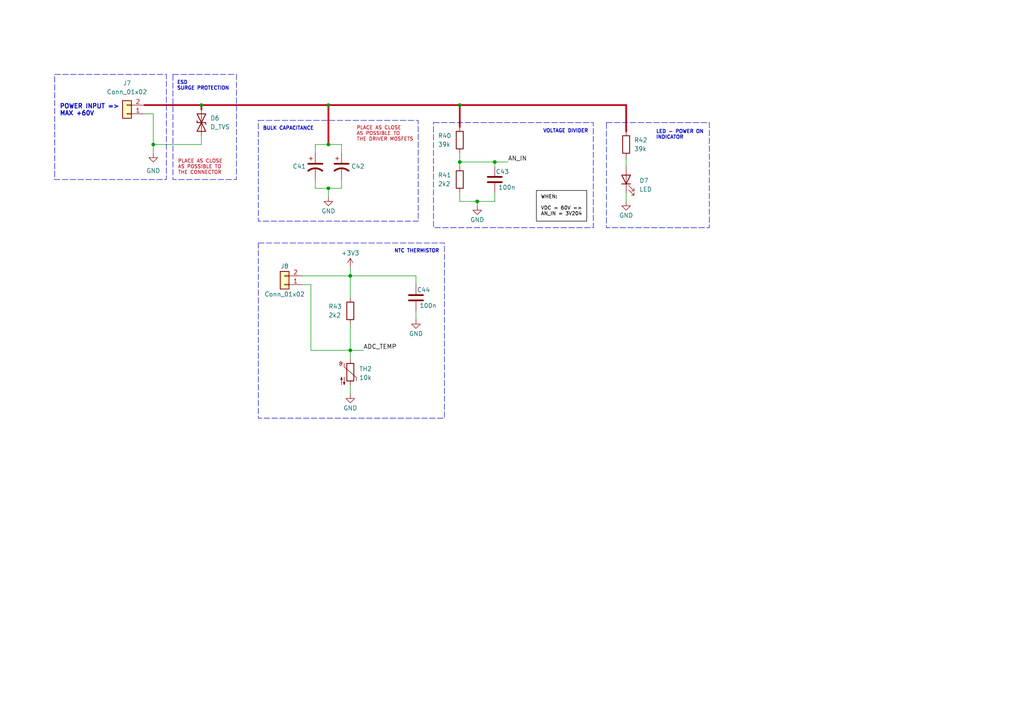
<source format=kicad_sch>
(kicad_sch (version 20231120) (generator "eeschema") (generator_version "8.0")
  (paper "A4")
  (lib_symbols
    (symbol "Connector_Generic:Conn_01x02" (pin_names (offset 1.016) hide)
      (property "Reference" "J" (at 0 2.54 0))
      (property "Value" "Conn_01x02" (at 0 -5.08 0))
      (symbol "Conn_01x02_1_1"
        (rectangle (start -1.27 -2.413) (end 0 -2.667) (stroke (width 0.1524)))
        (rectangle (start -1.27 0.127) (end 0 -0.127) (stroke (width 0.1524)))
        (rectangle (start -1.27 1.27) (end 1.27 -3.81) (stroke (width 0.254)) (fill (type background)))
        (pin passive line (at -5.08 0 0) (length 3.81) (name "Pin_1") (number "1"))
        (pin passive line (at -5.08 -2.54 0) (length 3.81) (name "Pin_2") (number "2"))
      )
    )
    (symbol "Device:C" (pin_numbers hide) (pin_names (offset 0.254))
      (property "Reference" "C" (at 0.635 2.54 0))
      (property "Value" "C" (at 0.635 -2.54 0))
      (symbol "C_0_1"
        (polyline (pts (xy -2.032 -0.762) (xy 2.032 -0.762)) (stroke (width 0.508)))
        (polyline (pts (xy -2.032 0.762) (xy 2.032 0.762)) (stroke (width 0.508)))
      )
      (symbol "C_1_1"
        (pin passive line (at 0 3.81 270) (length 2.794) (name "~") (number "1"))
        (pin passive line (at 0 -3.81 90) (length 2.794) (name "~") (number "2"))
      )
    )
    (symbol "Device:C_Polarized_US" (pin_numbers hide) (pin_names (offset 0.254) hide)
      (property "Reference" "C" (at 0.635 2.54 0))
      (property "Value" "C_Polarized_US" (at 0.635 -2.54 0))
      (symbol "C_Polarized_US_0_1"
        (polyline (pts (xy -2.032 0.762) (xy 2.032 0.762)) (stroke (width 0.508)))
        (polyline (pts (xy -1.778 2.286) (xy -0.762 2.286)))
        (polyline (pts (xy -1.27 1.778) (xy -1.27 2.794)))
        (arc (start 2.032 -1.27) (mid 0 -0.5572) (end -2.032 -1.27) (stroke (width 0.508)))
      )
      (symbol "C_Polarized_US_1_1"
        (pin passive line (at 0 3.81 270) (length 2.794) (name "~") (number "1"))
        (pin passive line (at 0 -3.81 90) (length 3.302) (name "~") (number "2"))
      )
    )
    (symbol "Device:D_TVS" (pin_numbers hide) (pin_names (offset 1.016) hide)
      (property "Reference" "D" (at 0 2.54 0))
      (property "Value" "D_TVS" (at 0 -2.54 0))
      (symbol "D_TVS_0_1"
        (polyline (pts (xy 1.27 0) (xy -1.27 0)))
        (polyline (pts (xy 0.508 1.27) (xy 0 1.27) (xy 0 -1.27) (xy -0.508 -1.27)) (stroke (width 0.254)))
        (polyline (pts (xy -2.54 1.27) (xy -2.54 -1.27) (xy 2.54 1.27) (xy 2.54 -1.27) (xy -2.54 1.27)) (stroke (width 0.254)))
      )
      (symbol "D_TVS_1_1"
        (pin passive line (at -3.81 0 0) (length 2.54) (name "A1") (number "1"))
        (pin passive line (at 3.81 0 180) (length 2.54) (name "A2") (number "2"))
      )
    )
    (symbol "Device:LED" (pin_numbers hide) (pin_names (offset 1.016) hide)
      (property "Reference" "D" (at 0 2.54 0))
      (property "Value" "LED" (at 0 -2.54 0))
      (symbol "LED_0_1"
        (polyline (pts (xy -1.27 -1.27) (xy -1.27 1.27)) (stroke (width 0.254)))
        (polyline (pts (xy -1.27 0) (xy 1.27 0)))
        (polyline (pts (xy 1.27 -1.27) (xy 1.27 1.27) (xy -1.27 0) (xy 1.27 -1.27)) (stroke (width 0.254)))
        (polyline (pts (xy -3.048 -0.762) (xy -4.572 -2.286) (xy -3.81 -2.286) (xy -4.572 -2.286) (xy -4.572 -1.524)))
        (polyline (pts (xy -1.778 -0.762) (xy -3.302 -2.286) (xy -2.54 -2.286) (xy -3.302 -2.286) (xy -3.302 -1.524)))
      )
      (symbol "LED_1_1"
        (pin passive line (at -3.81 0 0) (length 2.54) (name "K") (number "1"))
        (pin passive line (at 3.81 0 180) (length 2.54) (name "A") (number "2"))
      )
    )
    (symbol "Device:R" (pin_numbers hide) (pin_names (offset 0))
      (property "Reference" "R" (at 2.032 0 90))
      (property "Value" "R" (at 0 0 90))
      (symbol "R_0_1"
        (rectangle (start -1.016 -2.54) (end 1.016 2.54) (stroke (width 0.254)))
      )
      (symbol "R_1_1"
        (pin passive line (at 0 3.81 270) (length 1.27) (name "~") (number "1"))
        (pin passive line (at 0 -3.81 90) (length 1.27) (name "~") (number "2"))
      )
    )
    (symbol "Device:Thermistor_NTC" (pin_numbers hide) (pin_names (offset 0))
      (property "Reference" "TH" (at -4.445 0 90))
      (property "Value" "Thermistor_NTC" (at 3.175 0 90))
      (symbol "Thermistor_NTC_0_1"
        (arc (start -3.048 2.159) (mid -3.0495 2.3143) (end -3.175 2.413))
        (arc (start -3.048 2.159) (mid -2.9736 1.9794) (end -2.794 1.905))
        (arc (start -3.048 2.794) (mid -2.9736 2.6144) (end -2.794 2.54))
        (arc (start -2.794 1.905) (mid -2.6144 1.9794) (end -2.54 2.159))
        (arc (start -2.794 2.54) (mid -2.4393 2.5587) (end -2.159 2.794))
        (arc (start -2.794 3.048) (mid -2.9736 2.9736) (end -3.048 2.794))
        (arc (start -2.54 2.794) (mid -2.6144 2.9736) (end -2.794 3.048))
        (rectangle (start -1.016 2.54) (end 1.016 -2.54) (stroke (width 0.254)))
        (polyline (pts (xy -2.54 2.159) (xy -2.54 2.794)))
        (polyline (pts (xy -1.778 2.54) (xy -1.778 1.524) (xy 1.778 -1.524) (xy 1.778 -2.54)))
        (polyline (pts (xy -2.54 -3.683) (xy -2.54 -1.397) (xy -2.794 -2.159) (xy -2.286 -2.159) (xy -2.54 -1.397) (xy -2.54 -1.651)) (fill (type outline)))
        (polyline (pts (xy -1.778 -1.397) (xy -1.778 -3.683) (xy -2.032 -2.921) (xy -1.524 -2.921) (xy -1.778 -3.683) (xy -1.778 -3.429)) (fill (type outline)))
      )
      (symbol "Thermistor_NTC_1_1"
        (pin passive line (at 0 3.81 270) (length 1.27) (name "~") (number "1"))
        (pin passive line (at 0 -3.81 90) (length 1.27) (name "~") (number "2"))
      )
    )
    (symbol "power:+3V3" (power) (pin_numbers hide) (pin_names (offset 0) hide)
      (property "Value" "+3V3" (at 0 3.556 0))
      (symbol "+3V3_0_1"
        (polyline (pts (xy -0.762 1.27) (xy 0 2.54)))
        (polyline (pts (xy 0 0) (xy 0 2.54)))
        (polyline (pts (xy 0 2.54) (xy 0.762 1.27)))
      )
      (symbol "+3V3_1_1"
        (pin power_in line (at 0 0 90) (length 0) (name "~") (number "1"))
      )
    )
    (symbol "power:GND" (power) (pin_numbers hide) (pin_names (offset 0) hide)
      (property "Value" "GND" (at 0 -3.81 0))
      (symbol "GND_0_1"
        (polyline (pts (xy 0 0) (xy 0 -1.27) (xy 1.27 -1.27) (xy 0 -2.54) (xy -1.27 -1.27) (xy 0 -1.27)))
      )
      (symbol "GND_1_1"
        (pin power_in line (at 0 0 270) (length 0) (name "~") (number "1"))
      )
    )
  )
  (junction (at 58.42 30.48))
  (junction (at 101.6 80.01))
  (junction (at 133.35 46.99))
  (junction (at 133.35 30.48))
  (junction (at 95.25 54.61))
  (junction (at 95.25 41.91))
  (junction (at 138.43 58.42))
  (junction (at 44.45 41.91))
  (junction (at 143.51 46.99))
  (junction (at 95.25 30.48))
  (junction (at 101.6 101.6))
  (wire (pts (xy 143.51 48.26) (xy 143.51 46.99)))
  (wire (pts (xy 181.61 38.1) (xy 181.61 30.48)) (stroke (width 0.508) (color 190 7 24 1)))
  (wire (pts (xy 95.25 54.61) (xy 99.06 54.61)))
  (wire (pts (xy 181.61 55.88) (xy 181.61 58.42)))
  (wire (pts (xy 91.44 54.61) (xy 95.25 54.61)))
  (wire (pts (xy 90.17 101.6) (xy 101.6 101.6)))
  (wire (pts (xy 101.6 101.6) (xy 101.6 104.14)))
  (wire (pts (xy 120.65 82.55) (xy 120.65 80.01)))
  (wire (pts (xy 133.35 30.48) (xy 181.61 30.48)) (stroke (width 0.508) (color 190 7 24 1)))
  (wire (pts (xy 143.51 46.99) (xy 133.35 46.99)))
  (wire (pts (xy 87.63 80.01) (xy 101.6 80.01)))
  (wire (pts (xy 58.42 31.75) (xy 58.42 30.48)) (stroke (width 0.508) (color 190 7 24 1)))
  (wire (pts (xy 95.25 30.48) (xy 95.25 41.91)) (stroke (width 0.508) (color 190 7 24 1)))
  (wire (pts (xy 91.44 41.91) (xy 95.25 41.91)))
  (wire (pts (xy 138.43 58.42) (xy 138.43 59.69)))
  (wire (pts (xy 58.42 30.48) (xy 95.25 30.48)) (stroke (width 0.508) (color 190 7 24 1)))
  (wire (pts (xy 133.35 55.88) (xy 133.35 58.42)))
  (wire (pts (xy 90.17 82.55) (xy 90.17 101.6)))
  (wire (pts (xy 133.35 46.99) (xy 133.35 48.26)))
  (wire (pts (xy 44.45 41.91) (xy 44.45 44.45)))
  (wire (pts (xy 138.43 58.42) (xy 143.51 58.42)))
  (wire (pts (xy 101.6 101.6) (xy 105.41 101.6)))
  (wire (pts (xy 120.65 90.17) (xy 120.65 92.71)))
  (wire (pts (xy 95.25 41.91) (xy 99.06 41.91)))
  (wire (pts (xy 143.51 46.99) (xy 147.32 46.99)))
  (wire (pts (xy 143.51 58.42) (xy 143.51 55.88)))
  (wire (pts (xy 91.44 52.07) (xy 91.44 54.61)))
  (wire (pts (xy 133.35 30.48) (xy 95.25 30.48)) (stroke (width 0.508) (color 190 7 24 1)))
  (wire (pts (xy 101.6 80.01) (xy 101.6 86.36)))
  (wire (pts (xy 101.6 77.47) (xy 101.6 80.01)))
  (wire (pts (xy 99.06 41.91) (xy 99.06 44.45)))
  (wire (pts (xy 95.25 54.61) (xy 95.25 57.15)))
  (wire (pts (xy 91.44 44.45) (xy 91.44 41.91)))
  (wire (pts (xy 133.35 36.83) (xy 133.35 30.48)) (stroke (width 0.508) (color 190 7 24 1)))
  (wire (pts (xy 101.6 93.98) (xy 101.6 101.6)))
  (wire (pts (xy 133.35 44.45) (xy 133.35 46.99)))
  (wire (pts (xy 99.06 54.61) (xy 99.06 52.07)))
  (wire (pts (xy 120.65 80.01) (xy 101.6 80.01)))
  (wire (pts (xy 58.42 41.91) (xy 58.42 39.37)))
  (wire (pts (xy 41.91 33.02) (xy 44.45 33.02)))
  (wire (pts (xy 58.42 30.48) (xy 41.91 30.48)) (stroke (width 0.508) (color 190 7 24 1)))
  (wire (pts (xy 44.45 41.91) (xy 58.42 41.91)))
  (wire (pts (xy 87.63 82.55) (xy 90.17 82.55)))
  (wire (pts (xy 181.61 45.72) (xy 181.61 48.26)))
  (wire (pts (xy 133.35 58.42) (xy 138.43 58.42)))
  (wire (pts (xy 44.45 33.02) (xy 44.45 41.91)))
  (wire (pts (xy 101.6 111.76) (xy 101.6 114.3)))
  (rectangle (start 125.73 35.56) (end 172.085 66.04) (stroke (width 0) (type dash)))
  (rectangle (start 74.93 34.925) (end 121.285 64.135) (stroke (width 0) (type dash)))
  (rectangle (start 175.895 35.56) (end 205.74 66.04) (stroke (width 0) (type dash)))
  (rectangle (start 74.93 70.485) (end 128.905 121.285) (stroke (width 0) (type dash)))
  (rectangle (start 155.575 55.245) (end 170.18 64.135) (stroke (width 0) (color 0 0 0 1)))
  (rectangle (start 50.165 21.59) (end 68.58 52.07) (stroke (width 0) (type dash)))
  (rectangle (start 15.875 21.59) (end 48.26 52.07) (stroke (width 0) (type dash)))
  (text "ESD \nSURGE PROTECTION" (at 51.308 24.892 0) (effects (font (size 1.016 1.016) (thickness 0.2032) (bold yes)) (justify left)))
  (text "NTC THERMISTOR" (at 114.3 72.898 0) (effects (font (size 1.016 1.016) (thickness 0.2032) (bold yes)) (justify left)))
  (text "VOLTAGE DIVIDER" (at 157.48 38.1 0) (effects (font (size 1.016 1.016) (thickness 0.2032) (bold yes)) (justify left)))
  (text "POWER INPUT => \nMAX +60V" (at 17.272 32.004 0) (effects (font (size 1.27 1.27) (thickness 0.254) (bold yes)) (justify left)))
  (text "PLACE AS CLOSE\nAS POSSIBLE TO\nTHE DRIVER MOSFETS" (at 103.378 38.862 0) (effects (font (size 1.016 1.016)) (justify left)))
  (text "BULK CAPACITANCE" (at 76.2 37.338 0) (effects (font (size 1.016 1.016) (thickness 0.2032) (bold yes)) (justify left)))
  (text "WHEN:\n\nVDC = 60V =>\nAN_IN = 3V204" (at 156.845 59.69 0) (effects (font (size 1.016 1.016)) (justify left)))
  (text "PLACE AS CLOSE\nAS POSSIBLE TO\nTHE CONNECTOR" (at 51.562 48.514 0) (effects (font (size 1.016 1.016)) (justify left)))
  (text "LED - POWER ON\nINDICATOR" (at 190.246 39.116 0) (effects (font (size 1.016 1.016) (thickness 0.2032) (bold yes)) (justify left)))
  (label "ADC_TEMP" (at 105.41 101.6 0))
  (label "AN_IN" (at 147.32 46.99 0))
  (symbol (lib_id "Connector_Generic:Conn_01x02") (at 36.83 33.02 180) (unit 1)
    (property "Reference" "J7" (at 36.83 24.13 0))
    (property "Value" "Conn_01x02" (at 36.83 26.67 0))
    (property "Description" "Generic connector, single row, 01x02, script generated (kicad-library-utils/schlib/autogen/connector/)" (effects (hide yes)))
  )
  (symbol (lib_id "Device:Thermistor_NTC") (at 101.6 107.95 0) (unit 1)
    (property "Reference" "TH2" (at 104.14 106.9974 0) (effects (justify left)))
    (property "Value" "10k" (at 104.14 109.5374 0) (effects (justify left)))
    (property "Description" "Temperature dependent resistor, negative temperature coefficient" (effects (hide yes)))
  )
  (symbol (lib_id "power:GND") (at 44.45 44.45 0) (unit 1)
    (property "Reference" "#PWR053" (effects (hide yes)))
    (property "Value" "GND" (at 44.45 49.53 0))
    (property "Description" "Power symbol creates a global label with name \"GND\" , ground" (effects (hide yes)))
  )
  (symbol (lib_id "Device:D_TVS") (at 58.42 35.56 90) (unit 1)
    (property "Reference" "D6" (at 60.96 34.2899 90) (effects (justify right)))
    (property "Value" "D_TVS" (at 60.96 36.8299 90) (effects (justify right)))
    (property "Description" "Bidirectional transient-voltage-suppression diode" (effects (hide yes)))
  )
  (symbol (lib_id "power:GND") (at 181.61 58.42 0) (unit 1)
    (property "Reference" "#PWR056" (effects (hide yes)))
    (property "Value" "GND" (at 181.61 62.484 0))
    (property "Description" "Power symbol creates a global label with name \"GND\" , ground" (effects (hide yes)))
  )
  (symbol (lib_id "power:GND") (at 101.6 114.3 0) (unit 1)
    (property "Reference" "#PWR058" (effects (hide yes)))
    (property "Value" "GND" (at 101.6 118.364 0))
    (property "Description" "Power symbol creates a global label with name \"GND\" , ground" (effects (hide yes)))
  )
  (symbol (lib_id "Device:R") (at 133.35 52.07 0) (unit 1)
    (property "Reference" "R41" (at 127 50.8 0) (effects (justify left)))
    (property "Value" "2k2" (at 127 53.34 0) (effects (justify left)))
    (property "Description" "Resistor" (effects (hide yes)))
  )
  (symbol (lib_id "Device:C") (at 143.51 52.07 0) (unit 1)
    (property "Reference" "C43" (at 143.764 49.784 0) (effects (justify left)))
    (property "Value" "100n" (at 144.526 54.356 0) (effects (justify left)))
    (property "Description" "Unpolarized capacitor" (effects (hide yes)))
  )
  (symbol (lib_id "Device:R") (at 101.6 90.17 0) (unit 1)
    (property "Reference" "R43" (at 95.25 88.9 0) (effects (justify left)))
    (property "Value" "2k2" (at 95.25 91.44 0) (effects (justify left)))
    (property "Description" "Resistor" (effects (hide yes)))
  )
  (symbol (lib_id "Device:C_Polarized_US") (at 99.06 48.26 0) (unit 1)
    (property "Reference" "C42" (at 101.854 48.26 0) (effects (justify left)))
    (property "Value" "820u" (effects (hide yes)))
    (property "Description" "Polarized capacitor, US symbol" (effects (hide yes)))
  )
  (symbol (lib_id "power:GND") (at 138.43 59.69 0) (unit 1)
    (property "Reference" "#PWR055" (effects (hide yes)))
    (property "Value" "GND" (at 138.43 63.754 0))
    (property "Description" "Power symbol creates a global label with name \"GND\" , ground" (effects (hide yes)))
  )
  (symbol (lib_id "Device:C") (at 120.65 86.36 0) (unit 1)
    (property "Reference" "C44" (at 120.904 84.074 0) (effects (justify left)))
    (property "Value" "100n" (at 121.666 88.646 0) (effects (justify left)))
    (property "Description" "Unpolarized capacitor" (effects (hide yes)))
  )
  (symbol (lib_id "power:GND") (at 120.65 92.71 0) (unit 1)
    (property "Reference" "#PWR059" (effects (hide yes)))
    (property "Value" "GND" (at 120.65 96.774 0))
    (property "Description" "Power symbol creates a global label with name \"GND\" , ground" (effects (hide yes)))
  )
  (symbol (lib_id "Device:R") (at 133.35 40.64 0) (unit 1)
    (property "Reference" "R40" (at 127 39.37 0) (effects (justify left)))
    (property "Value" "39k" (at 127 41.91 0) (effects (justify left)))
    (property "Description" "Resistor" (effects (hide yes)))
  )
  (symbol (lib_id "Connector_Generic:Conn_01x02") (at 82.55 82.55 180) (unit 1)
    (property "Reference" "J8" (at 82.55 77.216 0))
    (property "Value" "Conn_01x02" (at 82.55 85.344 0))
    (property "Description" "Generic connector, single row, 01x02, script generated (kicad-library-utils/schlib/autogen/connector/)" (effects (hide yes)))
  )
  (symbol (lib_id "Device:R") (at 181.61 41.91 0) (unit 1)
    (property "Reference" "R42" (at 183.896 40.64 0) (effects (justify left)))
    (property "Value" "39k" (at 183.896 43.18 0) (effects (justify left)))
    (property "Description" "Resistor" (effects (hide yes)))
  )
  (symbol (lib_id "power:GND") (at 95.25 57.15 0) (unit 1)
    (property "Reference" "#PWR054" (effects (hide yes)))
    (property "Value" "GND" (at 95.25 61.214 0))
    (property "Description" "Power symbol creates a global label with name \"GND\" , ground" (effects (hide yes)))
  )
  (symbol (lib_id "Device:C_Polarized_US") (at 91.44 48.26 0) (unit 1)
    (property "Reference" "C41" (at 84.836 48.26 0) (effects (justify left)))
    (property "Value" "820u" (effects (hide yes)))
    (property "Description" "Polarized capacitor, US symbol" (effects (hide yes)))
  )
  (symbol (lib_id "power:+3V3") (at 101.6 77.47 0) (unit 1)
    (property "Reference" "#PWR057" (effects (hide yes)))
    (property "Value" "+3V3" (at 101.6 73.406 0))
    (property "Description" "Power symbol creates a global label with name \"+3V3\"" (effects (hide yes)))
  )
  (symbol (lib_id "Device:LED") (at 181.61 52.07 90) (unit 1)
    (property "Reference" "D7" (at 185.42 52.3874 90) (effects (justify right)))
    (property "Value" "LED" (at 185.42 54.9274 90) (effects (justify right)))
    (property "Description" "Light emitting diode" (effects (hide yes)))
  )
)
</source>
